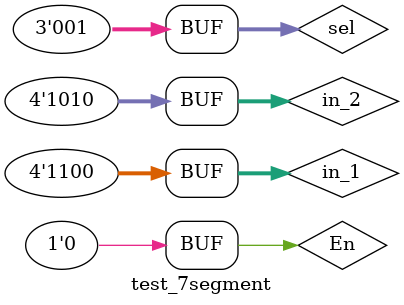
<source format=v>
`timescale 1ns / 1ps


module test_7segment;

	// Inputs
	reg [3:0] in_1;
	reg [3:0] in_2;
	reg [2:0] sel;
	reg En;

	// Outputs
	wire [3:0] out;

	// Instantiate the Unit Under Test (UUT)
	show_ALU_in_7segment uut (
		.in_1(in_1), 
		.in_2(in_2), 
		.sel(sel), 
		.En(En), 
		.out(out)
	);

	initial begin
		// Initialize Inputs
		in_1 = 0;
		in_2 = 0;
		sel = 0;
		En = 0;

		// Wait 100 ns for global reset to finish
		#100;
		
		in_1 = 7;
		in_2 = 5;
		sel = 0;
		En = 1;
		#100;
		
      in_1 = 10;
		in_2 = 8;
		sel = 2;
		En = 1;
		#100;
		
		in_1 = 12;
		in_2 = 1;
		sel = 1;
		En = 1;
		#100;
		
		in_1 = 5;
		in_2 = 10;
		sel = 3;
		En = 1;
		#100;
		
		in_1 = 12;
		in_2 = 10;
		sel = 1;
		En = 0;
		#100;
		// Add stimulus here

	end
      
endmodule


</source>
